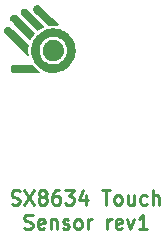
<source format=gbr>
G04 #@! TF.GenerationSoftware,KiCad,Pcbnew,5.0.0*
G04 #@! TF.CreationDate,2019-08-09T00:55:27-06:00*
G04 #@! TF.ProjectId,SX8634-Breakout,5358383633342D427265616B6F75742E,1*
G04 #@! TF.SameCoordinates,Original*
G04 #@! TF.FileFunction,Soldermask,Top*
G04 #@! TF.FilePolarity,Negative*
%FSLAX46Y46*%
G04 Gerber Fmt 4.6, Leading zero omitted, Abs format (unit mm)*
G04 Created by KiCad (PCBNEW 5.0.0) date Fri Aug  9 00:55:27 2019*
%MOMM*%
%LPD*%
G01*
G04 APERTURE LIST*
%ADD10C,0.250000*%
%ADD11C,0.002540*%
G04 APERTURE END LIST*
D10*
X49546657Y-50540114D02*
X49718085Y-50597257D01*
X50003800Y-50597257D01*
X50118085Y-50540114D01*
X50175228Y-50482971D01*
X50232371Y-50368685D01*
X50232371Y-50254400D01*
X50175228Y-50140114D01*
X50118085Y-50082971D01*
X50003800Y-50025828D01*
X49775228Y-49968685D01*
X49660942Y-49911542D01*
X49603800Y-49854400D01*
X49546657Y-49740114D01*
X49546657Y-49625828D01*
X49603800Y-49511542D01*
X49660942Y-49454400D01*
X49775228Y-49397257D01*
X50060942Y-49397257D01*
X50232371Y-49454400D01*
X50632371Y-49397257D02*
X51432371Y-50597257D01*
X51432371Y-49397257D02*
X50632371Y-50597257D01*
X52060942Y-49911542D02*
X51946657Y-49854400D01*
X51889514Y-49797257D01*
X51832371Y-49682971D01*
X51832371Y-49625828D01*
X51889514Y-49511542D01*
X51946657Y-49454400D01*
X52060942Y-49397257D01*
X52289514Y-49397257D01*
X52403800Y-49454400D01*
X52460942Y-49511542D01*
X52518085Y-49625828D01*
X52518085Y-49682971D01*
X52460942Y-49797257D01*
X52403800Y-49854400D01*
X52289514Y-49911542D01*
X52060942Y-49911542D01*
X51946657Y-49968685D01*
X51889514Y-50025828D01*
X51832371Y-50140114D01*
X51832371Y-50368685D01*
X51889514Y-50482971D01*
X51946657Y-50540114D01*
X52060942Y-50597257D01*
X52289514Y-50597257D01*
X52403800Y-50540114D01*
X52460942Y-50482971D01*
X52518085Y-50368685D01*
X52518085Y-50140114D01*
X52460942Y-50025828D01*
X52403800Y-49968685D01*
X52289514Y-49911542D01*
X53546657Y-49397257D02*
X53318085Y-49397257D01*
X53203800Y-49454400D01*
X53146657Y-49511542D01*
X53032371Y-49682971D01*
X52975228Y-49911542D01*
X52975228Y-50368685D01*
X53032371Y-50482971D01*
X53089514Y-50540114D01*
X53203800Y-50597257D01*
X53432371Y-50597257D01*
X53546657Y-50540114D01*
X53603800Y-50482971D01*
X53660942Y-50368685D01*
X53660942Y-50082971D01*
X53603800Y-49968685D01*
X53546657Y-49911542D01*
X53432371Y-49854400D01*
X53203800Y-49854400D01*
X53089514Y-49911542D01*
X53032371Y-49968685D01*
X52975228Y-50082971D01*
X54060942Y-49397257D02*
X54803800Y-49397257D01*
X54403800Y-49854400D01*
X54575228Y-49854400D01*
X54689514Y-49911542D01*
X54746657Y-49968685D01*
X54803800Y-50082971D01*
X54803800Y-50368685D01*
X54746657Y-50482971D01*
X54689514Y-50540114D01*
X54575228Y-50597257D01*
X54232371Y-50597257D01*
X54118085Y-50540114D01*
X54060942Y-50482971D01*
X55832371Y-49797257D02*
X55832371Y-50597257D01*
X55546657Y-49340114D02*
X55260942Y-50197257D01*
X56003800Y-50197257D01*
X57203800Y-49397257D02*
X57889514Y-49397257D01*
X57546657Y-50597257D02*
X57546657Y-49397257D01*
X58460942Y-50597257D02*
X58346657Y-50540114D01*
X58289514Y-50482971D01*
X58232371Y-50368685D01*
X58232371Y-50025828D01*
X58289514Y-49911542D01*
X58346657Y-49854400D01*
X58460942Y-49797257D01*
X58632371Y-49797257D01*
X58746657Y-49854400D01*
X58803800Y-49911542D01*
X58860942Y-50025828D01*
X58860942Y-50368685D01*
X58803800Y-50482971D01*
X58746657Y-50540114D01*
X58632371Y-50597257D01*
X58460942Y-50597257D01*
X59889514Y-49797257D02*
X59889514Y-50597257D01*
X59375228Y-49797257D02*
X59375228Y-50425828D01*
X59432371Y-50540114D01*
X59546657Y-50597257D01*
X59718085Y-50597257D01*
X59832371Y-50540114D01*
X59889514Y-50482971D01*
X60975228Y-50540114D02*
X60860942Y-50597257D01*
X60632371Y-50597257D01*
X60518085Y-50540114D01*
X60460942Y-50482971D01*
X60403800Y-50368685D01*
X60403800Y-50025828D01*
X60460942Y-49911542D01*
X60518085Y-49854400D01*
X60632371Y-49797257D01*
X60860942Y-49797257D01*
X60975228Y-49854400D01*
X61489514Y-50597257D02*
X61489514Y-49397257D01*
X62003800Y-50597257D02*
X62003800Y-49968685D01*
X61946657Y-49854400D01*
X61832371Y-49797257D01*
X61660942Y-49797257D01*
X61546657Y-49854400D01*
X61489514Y-49911542D01*
X50632371Y-52590114D02*
X50803800Y-52647257D01*
X51089514Y-52647257D01*
X51203800Y-52590114D01*
X51260942Y-52532971D01*
X51318085Y-52418685D01*
X51318085Y-52304400D01*
X51260942Y-52190114D01*
X51203800Y-52132971D01*
X51089514Y-52075828D01*
X50860942Y-52018685D01*
X50746657Y-51961542D01*
X50689514Y-51904400D01*
X50632371Y-51790114D01*
X50632371Y-51675828D01*
X50689514Y-51561542D01*
X50746657Y-51504400D01*
X50860942Y-51447257D01*
X51146657Y-51447257D01*
X51318085Y-51504400D01*
X52289514Y-52590114D02*
X52175228Y-52647257D01*
X51946657Y-52647257D01*
X51832371Y-52590114D01*
X51775228Y-52475828D01*
X51775228Y-52018685D01*
X51832371Y-51904400D01*
X51946657Y-51847257D01*
X52175228Y-51847257D01*
X52289514Y-51904400D01*
X52346657Y-52018685D01*
X52346657Y-52132971D01*
X51775228Y-52247257D01*
X52860942Y-51847257D02*
X52860942Y-52647257D01*
X52860942Y-51961542D02*
X52918085Y-51904400D01*
X53032371Y-51847257D01*
X53203800Y-51847257D01*
X53318085Y-51904400D01*
X53375228Y-52018685D01*
X53375228Y-52647257D01*
X53889514Y-52590114D02*
X54003800Y-52647257D01*
X54232371Y-52647257D01*
X54346657Y-52590114D01*
X54403800Y-52475828D01*
X54403800Y-52418685D01*
X54346657Y-52304400D01*
X54232371Y-52247257D01*
X54060942Y-52247257D01*
X53946657Y-52190114D01*
X53889514Y-52075828D01*
X53889514Y-52018685D01*
X53946657Y-51904400D01*
X54060942Y-51847257D01*
X54232371Y-51847257D01*
X54346657Y-51904400D01*
X55089514Y-52647257D02*
X54975228Y-52590114D01*
X54918085Y-52532971D01*
X54860942Y-52418685D01*
X54860942Y-52075828D01*
X54918085Y-51961542D01*
X54975228Y-51904400D01*
X55089514Y-51847257D01*
X55260942Y-51847257D01*
X55375228Y-51904400D01*
X55432371Y-51961542D01*
X55489514Y-52075828D01*
X55489514Y-52418685D01*
X55432371Y-52532971D01*
X55375228Y-52590114D01*
X55260942Y-52647257D01*
X55089514Y-52647257D01*
X56003800Y-52647257D02*
X56003800Y-51847257D01*
X56003800Y-52075828D02*
X56060942Y-51961542D01*
X56118085Y-51904400D01*
X56232371Y-51847257D01*
X56346657Y-51847257D01*
X57660942Y-52647257D02*
X57660942Y-51847257D01*
X57660942Y-52075828D02*
X57718085Y-51961542D01*
X57775228Y-51904400D01*
X57889514Y-51847257D01*
X58003800Y-51847257D01*
X58860942Y-52590114D02*
X58746657Y-52647257D01*
X58518085Y-52647257D01*
X58403800Y-52590114D01*
X58346657Y-52475828D01*
X58346657Y-52018685D01*
X58403800Y-51904400D01*
X58518085Y-51847257D01*
X58746657Y-51847257D01*
X58860942Y-51904400D01*
X58918085Y-52018685D01*
X58918085Y-52132971D01*
X58346657Y-52247257D01*
X59318085Y-51847257D02*
X59603800Y-52647257D01*
X59889514Y-51847257D01*
X60975228Y-52647257D02*
X60289514Y-52647257D01*
X60632371Y-52647257D02*
X60632371Y-51447257D01*
X60518085Y-51618685D01*
X60403800Y-51732971D01*
X60289514Y-51790114D01*
D11*
G04 #@! TO.C,P1*
G36*
X53645771Y-36914396D02*
X53687081Y-36959298D01*
X53724798Y-37000607D01*
X53746350Y-37029344D01*
X53802028Y-37120942D01*
X53845133Y-37217929D01*
X53877462Y-37318508D01*
X53893626Y-37420883D01*
X53899015Y-37523258D01*
X53891830Y-37627429D01*
X53870278Y-37728007D01*
X53836153Y-37830382D01*
X53789455Y-37927369D01*
X53762515Y-37972270D01*
X53740962Y-38001007D01*
X53714021Y-38035132D01*
X53681692Y-38071053D01*
X53649363Y-38106974D01*
X53617035Y-38142895D01*
X53588298Y-38168040D01*
X53573929Y-38182408D01*
X53480535Y-38247066D01*
X53385344Y-38299152D01*
X53284765Y-38338665D01*
X53182390Y-38365606D01*
X53078219Y-38376382D01*
X52970456Y-38376382D01*
X52866285Y-38358421D01*
X52835752Y-38353033D01*
X52742358Y-38324296D01*
X52654351Y-38286579D01*
X52573529Y-38238086D01*
X52496299Y-38178816D01*
X52420864Y-38106974D01*
X52399312Y-38085422D01*
X52359799Y-38042316D01*
X52329266Y-38004599D01*
X52304121Y-37965086D01*
X52293345Y-37947126D01*
X52243055Y-37850139D01*
X52203542Y-37749560D01*
X52178398Y-37648981D01*
X52169417Y-37543014D01*
X52171213Y-37437047D01*
X52189174Y-37332876D01*
X52217911Y-37228705D01*
X52259220Y-37133515D01*
X52284365Y-37086817D01*
X52309509Y-37047304D01*
X52336450Y-37009587D01*
X52368779Y-36970074D01*
X52408292Y-36930561D01*
X52454989Y-36883863D01*
X52510667Y-36835370D01*
X52557364Y-36795857D01*
X52604062Y-36763528D01*
X52654351Y-36738383D01*
X52708233Y-36713239D01*
X52749542Y-36697074D01*
X52855509Y-36666541D01*
X52961476Y-36650377D01*
X53069239Y-36646785D01*
X53173410Y-36657561D01*
X53277581Y-36682706D01*
X53376364Y-36720423D01*
X53473350Y-36770712D01*
X53520048Y-36803041D01*
X53557765Y-36833574D01*
X53600870Y-36869495D01*
X53645771Y-36914396D01*
X53645771Y-36914396D01*
G37*
X53645771Y-36914396D02*
X53687081Y-36959298D01*
X53724798Y-37000607D01*
X53746350Y-37029344D01*
X53802028Y-37120942D01*
X53845133Y-37217929D01*
X53877462Y-37318508D01*
X53893626Y-37420883D01*
X53899015Y-37523258D01*
X53891830Y-37627429D01*
X53870278Y-37728007D01*
X53836153Y-37830382D01*
X53789455Y-37927369D01*
X53762515Y-37972270D01*
X53740962Y-38001007D01*
X53714021Y-38035132D01*
X53681692Y-38071053D01*
X53649363Y-38106974D01*
X53617035Y-38142895D01*
X53588298Y-38168040D01*
X53573929Y-38182408D01*
X53480535Y-38247066D01*
X53385344Y-38299152D01*
X53284765Y-38338665D01*
X53182390Y-38365606D01*
X53078219Y-38376382D01*
X52970456Y-38376382D01*
X52866285Y-38358421D01*
X52835752Y-38353033D01*
X52742358Y-38324296D01*
X52654351Y-38286579D01*
X52573529Y-38238086D01*
X52496299Y-38178816D01*
X52420864Y-38106974D01*
X52399312Y-38085422D01*
X52359799Y-38042316D01*
X52329266Y-38004599D01*
X52304121Y-37965086D01*
X52293345Y-37947126D01*
X52243055Y-37850139D01*
X52203542Y-37749560D01*
X52178398Y-37648981D01*
X52169417Y-37543014D01*
X52171213Y-37437047D01*
X52189174Y-37332876D01*
X52217911Y-37228705D01*
X52259220Y-37133515D01*
X52284365Y-37086817D01*
X52309509Y-37047304D01*
X52336450Y-37009587D01*
X52368779Y-36970074D01*
X52408292Y-36930561D01*
X52454989Y-36883863D01*
X52510667Y-36835370D01*
X52557364Y-36795857D01*
X52604062Y-36763528D01*
X52654351Y-36738383D01*
X52708233Y-36713239D01*
X52749542Y-36697074D01*
X52855509Y-36666541D01*
X52961476Y-36650377D01*
X53069239Y-36646785D01*
X53173410Y-36657561D01*
X53277581Y-36682706D01*
X53376364Y-36720423D01*
X53473350Y-36770712D01*
X53520048Y-36803041D01*
X53557765Y-36833574D01*
X53600870Y-36869495D01*
X53645771Y-36914396D01*
G36*
X51409688Y-36064864D02*
X51382747Y-36095397D01*
X51312701Y-36186996D01*
X51249839Y-36275002D01*
X51195958Y-36357620D01*
X51147464Y-36438443D01*
X51142076Y-36451015D01*
X51124115Y-36483344D01*
X51104359Y-36513877D01*
X51088194Y-36540818D01*
X51075622Y-36556982D01*
X51052273Y-36583923D01*
X50256623Y-35784680D01*
X49460972Y-34985437D01*
X49443012Y-34945924D01*
X49421459Y-34884858D01*
X49416071Y-34821997D01*
X49426847Y-34760931D01*
X49446604Y-34701661D01*
X49482525Y-34644188D01*
X49496893Y-34629819D01*
X49547182Y-34579530D01*
X49601064Y-34543609D01*
X49658538Y-34522056D01*
X49719603Y-34511280D01*
X49784261Y-34514872D01*
X49839939Y-34531036D01*
X49888432Y-34547201D01*
X50648162Y-35306930D01*
X51409688Y-36064864D01*
X51409688Y-36064864D01*
G37*
X51409688Y-36064864D02*
X51382747Y-36095397D01*
X51312701Y-36186996D01*
X51249839Y-36275002D01*
X51195958Y-36357620D01*
X51147464Y-36438443D01*
X51142076Y-36451015D01*
X51124115Y-36483344D01*
X51104359Y-36513877D01*
X51088194Y-36540818D01*
X51075622Y-36556982D01*
X51052273Y-36583923D01*
X50256623Y-35784680D01*
X49460972Y-34985437D01*
X49443012Y-34945924D01*
X49421459Y-34884858D01*
X49416071Y-34821997D01*
X49426847Y-34760931D01*
X49446604Y-34701661D01*
X49482525Y-34644188D01*
X49496893Y-34629819D01*
X49547182Y-34579530D01*
X49601064Y-34543609D01*
X49658538Y-34522056D01*
X49719603Y-34511280D01*
X49784261Y-34514872D01*
X49839939Y-34531036D01*
X49888432Y-34547201D01*
X50648162Y-35306930D01*
X51409688Y-36064864D01*
G36*
X52223299Y-35481147D02*
X52205338Y-35499108D01*
X52189174Y-35511680D01*
X52174805Y-35522457D01*
X52173009Y-35520661D01*
X52162233Y-35524253D01*
X52142476Y-35533233D01*
X52113740Y-35547601D01*
X52081411Y-35561970D01*
X52070634Y-35569154D01*
X51991608Y-35608667D01*
X51907194Y-35657160D01*
X51828168Y-35707450D01*
X51752733Y-35757739D01*
X51741957Y-35764923D01*
X51675503Y-35813417D01*
X51007372Y-35141694D01*
X50337445Y-34468174D01*
X50321281Y-34430457D01*
X50303320Y-34369392D01*
X50297932Y-34306530D01*
X50305116Y-34245464D01*
X50323077Y-34187991D01*
X50328465Y-34179010D01*
X50350017Y-34143089D01*
X50380550Y-34105372D01*
X50416471Y-34073043D01*
X50454188Y-34042510D01*
X50486517Y-34020958D01*
X50547583Y-33999405D01*
X50610445Y-33994017D01*
X50673307Y-33999405D01*
X50730780Y-34017366D01*
X50772089Y-34033530D01*
X51495898Y-34757339D01*
X52223299Y-35481147D01*
X52223299Y-35481147D01*
G37*
X52223299Y-35481147D02*
X52205338Y-35499108D01*
X52189174Y-35511680D01*
X52174805Y-35522457D01*
X52173009Y-35520661D01*
X52162233Y-35524253D01*
X52142476Y-35533233D01*
X52113740Y-35547601D01*
X52081411Y-35561970D01*
X52070634Y-35569154D01*
X51991608Y-35608667D01*
X51907194Y-35657160D01*
X51828168Y-35707450D01*
X51752733Y-35757739D01*
X51741957Y-35764923D01*
X51675503Y-35813417D01*
X51007372Y-35141694D01*
X50337445Y-34468174D01*
X50321281Y-34430457D01*
X50303320Y-34369392D01*
X50297932Y-34306530D01*
X50305116Y-34245464D01*
X50323077Y-34187991D01*
X50328465Y-34179010D01*
X50350017Y-34143089D01*
X50380550Y-34105372D01*
X50416471Y-34073043D01*
X50454188Y-34042510D01*
X50486517Y-34020958D01*
X50547583Y-33999405D01*
X50610445Y-33994017D01*
X50673307Y-33999405D01*
X50730780Y-34017366D01*
X50772089Y-34033530D01*
X51495898Y-34757339D01*
X52223299Y-35481147D01*
G36*
X53441022Y-35341055D02*
X53423061Y-35359016D01*
X53412285Y-35366200D01*
X53399712Y-35371588D01*
X53381752Y-35371588D01*
X53358403Y-35369792D01*
X53243456Y-35355424D01*
X53124917Y-35348240D01*
X52999193Y-35348240D01*
X52877061Y-35351832D01*
X52758522Y-35362608D01*
X52647167Y-35380569D01*
X52607654Y-35387753D01*
X52014957Y-34795056D01*
X51923358Y-34703457D01*
X51842536Y-34622635D01*
X51768898Y-34548997D01*
X51706036Y-34486135D01*
X51650358Y-34426865D01*
X51601865Y-34378372D01*
X51560556Y-34337063D01*
X51524635Y-34301142D01*
X51494102Y-34270609D01*
X51470753Y-34243668D01*
X51449201Y-34222115D01*
X51433036Y-34205951D01*
X51422260Y-34191583D01*
X51411484Y-34180806D01*
X51406095Y-34171826D01*
X51400707Y-34166438D01*
X51400707Y-34162846D01*
X51373767Y-34103576D01*
X51359398Y-34042510D01*
X51359398Y-33981445D01*
X51373767Y-33923971D01*
X51400707Y-33864701D01*
X51420464Y-33834168D01*
X51467161Y-33783879D01*
X51517451Y-33744366D01*
X51573128Y-33717425D01*
X51632398Y-33701261D01*
X51691668Y-33699465D01*
X51750937Y-33708445D01*
X51806615Y-33731793D01*
X51838944Y-33749754D01*
X51847924Y-33758734D01*
X51867681Y-33774899D01*
X51896417Y-33803636D01*
X51934135Y-33841353D01*
X51984424Y-33888050D01*
X52040102Y-33943728D01*
X52104759Y-34008385D01*
X52180194Y-34083820D01*
X52264608Y-34164642D01*
X52356207Y-34256240D01*
X52454989Y-34355023D01*
X52564549Y-34464582D01*
X52656147Y-34556181D01*
X53441022Y-35341055D01*
X53441022Y-35341055D01*
G37*
X53441022Y-35341055D02*
X53423061Y-35359016D01*
X53412285Y-35366200D01*
X53399712Y-35371588D01*
X53381752Y-35371588D01*
X53358403Y-35369792D01*
X53243456Y-35355424D01*
X53124917Y-35348240D01*
X52999193Y-35348240D01*
X52877061Y-35351832D01*
X52758522Y-35362608D01*
X52647167Y-35380569D01*
X52607654Y-35387753D01*
X52014957Y-34795056D01*
X51923358Y-34703457D01*
X51842536Y-34622635D01*
X51768898Y-34548997D01*
X51706036Y-34486135D01*
X51650358Y-34426865D01*
X51601865Y-34378372D01*
X51560556Y-34337063D01*
X51524635Y-34301142D01*
X51494102Y-34270609D01*
X51470753Y-34243668D01*
X51449201Y-34222115D01*
X51433036Y-34205951D01*
X51422260Y-34191583D01*
X51411484Y-34180806D01*
X51406095Y-34171826D01*
X51400707Y-34166438D01*
X51400707Y-34162846D01*
X51373767Y-34103576D01*
X51359398Y-34042510D01*
X51359398Y-33981445D01*
X51373767Y-33923971D01*
X51400707Y-33864701D01*
X51420464Y-33834168D01*
X51467161Y-33783879D01*
X51517451Y-33744366D01*
X51573128Y-33717425D01*
X51632398Y-33701261D01*
X51691668Y-33699465D01*
X51750937Y-33708445D01*
X51806615Y-33731793D01*
X51838944Y-33749754D01*
X51847924Y-33758734D01*
X51867681Y-33774899D01*
X51896417Y-33803636D01*
X51934135Y-33841353D01*
X51984424Y-33888050D01*
X52040102Y-33943728D01*
X52104759Y-34008385D01*
X52180194Y-34083820D01*
X52264608Y-34164642D01*
X52356207Y-34256240D01*
X52454989Y-34355023D01*
X52564549Y-34464582D01*
X52656147Y-34556181D01*
X53441022Y-35341055D01*
G36*
X50903201Y-37113758D02*
X50894221Y-37180212D01*
X50879852Y-37284383D01*
X50872668Y-37395738D01*
X50869076Y-37510685D01*
X50870872Y-37627429D01*
X50879852Y-37740580D01*
X50881649Y-37745968D01*
X50885241Y-37785481D01*
X50890629Y-37823198D01*
X50894221Y-37855527D01*
X50897813Y-37880672D01*
X50899609Y-37886060D01*
X50901405Y-37905817D01*
X50896017Y-37921981D01*
X50888833Y-37932757D01*
X50872668Y-37948922D01*
X49901005Y-36973666D01*
X48925749Y-35998410D01*
X48909584Y-35949917D01*
X48893420Y-35887055D01*
X48893420Y-35822397D01*
X48904196Y-35761331D01*
X48909584Y-35748759D01*
X48916769Y-35727206D01*
X48925749Y-35711042D01*
X48932933Y-35696674D01*
X48945505Y-35680509D01*
X48965262Y-35660753D01*
X48992203Y-35633812D01*
X49056860Y-35569154D01*
X49112538Y-35549397D01*
X49177196Y-35535029D01*
X49240058Y-35533233D01*
X49304716Y-35547601D01*
X49310104Y-35549397D01*
X49351413Y-35565562D01*
X50127307Y-36337864D01*
X50903201Y-37113758D01*
X50903201Y-37113758D01*
G37*
X50903201Y-37113758D02*
X50894221Y-37180212D01*
X50879852Y-37284383D01*
X50872668Y-37395738D01*
X50869076Y-37510685D01*
X50870872Y-37627429D01*
X50879852Y-37740580D01*
X50881649Y-37745968D01*
X50885241Y-37785481D01*
X50890629Y-37823198D01*
X50894221Y-37855527D01*
X50897813Y-37880672D01*
X50899609Y-37886060D01*
X50901405Y-37905817D01*
X50896017Y-37921981D01*
X50888833Y-37932757D01*
X50872668Y-37948922D01*
X49901005Y-36973666D01*
X48925749Y-35998410D01*
X48909584Y-35949917D01*
X48893420Y-35887055D01*
X48893420Y-35822397D01*
X48904196Y-35761331D01*
X48909584Y-35748759D01*
X48916769Y-35727206D01*
X48925749Y-35711042D01*
X48932933Y-35696674D01*
X48945505Y-35680509D01*
X48965262Y-35660753D01*
X48992203Y-35633812D01*
X49056860Y-35569154D01*
X49112538Y-35549397D01*
X49177196Y-35535029D01*
X49240058Y-35533233D01*
X49304716Y-35547601D01*
X49310104Y-35549397D01*
X49351413Y-35565562D01*
X50127307Y-36337864D01*
X50903201Y-37113758D01*
G36*
X51231879Y-38732000D02*
X51282168Y-38800250D01*
X51382747Y-38925974D01*
X51488714Y-39042717D01*
X51598273Y-39145092D01*
X51709628Y-39234894D01*
X51715016Y-39240283D01*
X51743753Y-39261835D01*
X51772490Y-39283388D01*
X51794043Y-39301348D01*
X51810207Y-39313921D01*
X51820983Y-39328289D01*
X51822779Y-39337269D01*
X51815595Y-39348046D01*
X51813799Y-39349842D01*
X51810207Y-39353434D01*
X51804819Y-39355230D01*
X51797635Y-39355230D01*
X51786858Y-39358822D01*
X51772490Y-39358822D01*
X51752733Y-39360618D01*
X51729385Y-39362414D01*
X51700648Y-39362414D01*
X51662931Y-39364210D01*
X51619826Y-39364210D01*
X51567740Y-39366006D01*
X51508470Y-39364210D01*
X51438424Y-39366006D01*
X51359398Y-39366006D01*
X51269596Y-39366006D01*
X51169017Y-39366006D01*
X51054069Y-39366006D01*
X50928346Y-39366006D01*
X50791846Y-39366006D01*
X50752333Y-39366006D01*
X50605057Y-39366006D01*
X50473945Y-39364210D01*
X50353609Y-39366006D01*
X50245846Y-39366006D01*
X50148860Y-39366006D01*
X50064445Y-39364210D01*
X49989011Y-39364210D01*
X49920761Y-39364210D01*
X49865084Y-39362414D01*
X49812998Y-39360618D01*
X49771689Y-39358822D01*
X49733972Y-39357026D01*
X49703439Y-39351638D01*
X49678294Y-39348046D01*
X49656742Y-39344454D01*
X49640577Y-39339065D01*
X49624413Y-39333677D01*
X49611840Y-39324697D01*
X49601064Y-39317513D01*
X49592084Y-39308533D01*
X49584900Y-39301348D01*
X49574123Y-39290572D01*
X49561551Y-39278000D01*
X49552571Y-39269019D01*
X49525630Y-39238487D01*
X49505873Y-39218730D01*
X49491505Y-39200769D01*
X49480729Y-39182809D01*
X49473544Y-39164848D01*
X49460972Y-39127131D01*
X49455584Y-39082230D01*
X49453788Y-39033737D01*
X49457380Y-38990631D01*
X49460972Y-38976263D01*
X49480729Y-38924178D01*
X49513058Y-38873888D01*
X49556163Y-38827191D01*
X49602860Y-38787678D01*
X49656742Y-38758941D01*
X49690867Y-38746369D01*
X49703439Y-38744572D01*
X49724992Y-38740980D01*
X49757320Y-38740980D01*
X49802222Y-38739184D01*
X49854307Y-38737388D01*
X49920761Y-38735592D01*
X49999787Y-38735592D01*
X50089590Y-38735592D01*
X50191965Y-38733796D01*
X50306912Y-38733796D01*
X50438024Y-38732000D01*
X50479333Y-38733796D01*
X51231879Y-38732000D01*
X51231879Y-38732000D01*
G37*
X51231879Y-38732000D02*
X51282168Y-38800250D01*
X51382747Y-38925974D01*
X51488714Y-39042717D01*
X51598273Y-39145092D01*
X51709628Y-39234894D01*
X51715016Y-39240283D01*
X51743753Y-39261835D01*
X51772490Y-39283388D01*
X51794043Y-39301348D01*
X51810207Y-39313921D01*
X51820983Y-39328289D01*
X51822779Y-39337269D01*
X51815595Y-39348046D01*
X51813799Y-39349842D01*
X51810207Y-39353434D01*
X51804819Y-39355230D01*
X51797635Y-39355230D01*
X51786858Y-39358822D01*
X51772490Y-39358822D01*
X51752733Y-39360618D01*
X51729385Y-39362414D01*
X51700648Y-39362414D01*
X51662931Y-39364210D01*
X51619826Y-39364210D01*
X51567740Y-39366006D01*
X51508470Y-39364210D01*
X51438424Y-39366006D01*
X51359398Y-39366006D01*
X51269596Y-39366006D01*
X51169017Y-39366006D01*
X51054069Y-39366006D01*
X50928346Y-39366006D01*
X50791846Y-39366006D01*
X50752333Y-39366006D01*
X50605057Y-39366006D01*
X50473945Y-39364210D01*
X50353609Y-39366006D01*
X50245846Y-39366006D01*
X50148860Y-39366006D01*
X50064445Y-39364210D01*
X49989011Y-39364210D01*
X49920761Y-39364210D01*
X49865084Y-39362414D01*
X49812998Y-39360618D01*
X49771689Y-39358822D01*
X49733972Y-39357026D01*
X49703439Y-39351638D01*
X49678294Y-39348046D01*
X49656742Y-39344454D01*
X49640577Y-39339065D01*
X49624413Y-39333677D01*
X49611840Y-39324697D01*
X49601064Y-39317513D01*
X49592084Y-39308533D01*
X49584900Y-39301348D01*
X49574123Y-39290572D01*
X49561551Y-39278000D01*
X49552571Y-39269019D01*
X49525630Y-39238487D01*
X49505873Y-39218730D01*
X49491505Y-39200769D01*
X49480729Y-39182809D01*
X49473544Y-39164848D01*
X49460972Y-39127131D01*
X49455584Y-39082230D01*
X49453788Y-39033737D01*
X49457380Y-38990631D01*
X49460972Y-38976263D01*
X49480729Y-38924178D01*
X49513058Y-38873888D01*
X49556163Y-38827191D01*
X49602860Y-38787678D01*
X49656742Y-38758941D01*
X49690867Y-38746369D01*
X49703439Y-38744572D01*
X49724992Y-38740980D01*
X49757320Y-38740980D01*
X49802222Y-38739184D01*
X49854307Y-38737388D01*
X49920761Y-38735592D01*
X49999787Y-38735592D01*
X50089590Y-38735592D01*
X50191965Y-38733796D01*
X50306912Y-38733796D01*
X50438024Y-38732000D01*
X50479333Y-38733796D01*
X51231879Y-38732000D01*
G36*
X54346231Y-36239081D02*
X54396521Y-36289370D01*
X54441422Y-36337864D01*
X54477343Y-36380969D01*
X54488119Y-36395337D01*
X54583310Y-36526449D01*
X54662336Y-36662949D01*
X54730586Y-36806633D01*
X54786264Y-36955705D01*
X54827573Y-37108370D01*
X54858106Y-37268218D01*
X54865290Y-37329284D01*
X54868882Y-37397534D01*
X54870678Y-37471172D01*
X54872474Y-37544810D01*
X54870678Y-37618448D01*
X54868882Y-37631021D01*
X53872074Y-36634212D01*
X53778679Y-36555186D01*
X53717613Y-36512081D01*
X53604462Y-36445627D01*
X53485923Y-36391745D01*
X53365587Y-36350436D01*
X53239864Y-36321699D01*
X53114140Y-36307331D01*
X52986621Y-36305535D01*
X52859101Y-36318107D01*
X52733377Y-36343252D01*
X52611246Y-36379173D01*
X52490910Y-36431258D01*
X52483726Y-36434851D01*
X52424457Y-36465383D01*
X52375963Y-36495916D01*
X52332858Y-36524653D01*
X52289753Y-36556982D01*
X52248444Y-36591107D01*
X52203542Y-36636008D01*
X52178398Y-36657561D01*
X52131700Y-36707850D01*
X52092187Y-36750956D01*
X52058062Y-36792265D01*
X52029325Y-36835370D01*
X52000588Y-36882067D01*
X51970056Y-36934153D01*
X51955687Y-36962890D01*
X51903602Y-37083225D01*
X51864089Y-37205357D01*
X51838944Y-37331080D01*
X51826371Y-37458600D01*
X51828168Y-37586119D01*
X51844332Y-37713639D01*
X51869477Y-37839363D01*
X51912582Y-37961494D01*
X51957483Y-38063869D01*
X52009569Y-38162652D01*
X52068838Y-38250658D01*
X52133496Y-38329685D01*
X52207134Y-38403323D01*
X52304121Y-38482349D01*
X52410088Y-38552395D01*
X52521443Y-38609869D01*
X52639983Y-38656566D01*
X52762114Y-38688895D01*
X52884246Y-38710447D01*
X53009969Y-38721224D01*
X53137489Y-38715836D01*
X53259620Y-38701467D01*
X53385344Y-38672730D01*
X53435633Y-38654770D01*
X53559561Y-38606277D01*
X53674508Y-38545211D01*
X53778679Y-38473369D01*
X53875666Y-38390750D01*
X53961876Y-38297356D01*
X54019350Y-38221922D01*
X54082212Y-38119547D01*
X54137889Y-38009988D01*
X54182791Y-37893244D01*
X54215120Y-37774705D01*
X54234876Y-37654369D01*
X54242060Y-37525054D01*
X54236672Y-37401126D01*
X54218712Y-37275403D01*
X54189975Y-37153271D01*
X54148666Y-37036528D01*
X54094784Y-36925173D01*
X54030126Y-36821002D01*
X53956488Y-36722219D01*
X53872074Y-36634212D01*
X54868882Y-37631021D01*
X54867086Y-37679514D01*
X54865290Y-37699271D01*
X54840145Y-37857323D01*
X54802428Y-38013580D01*
X54752139Y-38164448D01*
X54689277Y-38309928D01*
X54612047Y-38448224D01*
X54525836Y-38581132D01*
X54425258Y-38706855D01*
X54317495Y-38818211D01*
X54290554Y-38845151D01*
X54265409Y-38870296D01*
X54242060Y-38890053D01*
X54227692Y-38904421D01*
X54225896Y-38906217D01*
X54096580Y-39006796D01*
X53960080Y-39096599D01*
X53819988Y-39172033D01*
X53676304Y-39233098D01*
X53525436Y-39283388D01*
X53372772Y-39321105D01*
X53214719Y-39342658D01*
X53191370Y-39344454D01*
X53033318Y-39351638D01*
X52875265Y-39344454D01*
X52720805Y-39322901D01*
X52566345Y-39290572D01*
X52419068Y-39243875D01*
X52273588Y-39184605D01*
X52133496Y-39112763D01*
X52000588Y-39026553D01*
X51876661Y-38934954D01*
X51812003Y-38877480D01*
X51745549Y-38811026D01*
X51679095Y-38740980D01*
X51614437Y-38669138D01*
X51556964Y-38597296D01*
X51504878Y-38527250D01*
X51479734Y-38491329D01*
X51400707Y-38354829D01*
X51334253Y-38212941D01*
X51280372Y-38065665D01*
X51240859Y-37918389D01*
X51212122Y-37767521D01*
X51197754Y-37616652D01*
X51195958Y-37463988D01*
X51208530Y-37311324D01*
X51230082Y-37160455D01*
X51267800Y-37011383D01*
X51316293Y-36865903D01*
X51375563Y-36724015D01*
X51450997Y-36587515D01*
X51497694Y-36512081D01*
X51535411Y-36456403D01*
X51571332Y-36409706D01*
X51607253Y-36363009D01*
X51644970Y-36318107D01*
X51691668Y-36271410D01*
X51741957Y-36217528D01*
X51851516Y-36115153D01*
X51962871Y-36025351D01*
X52076023Y-35948121D01*
X52192766Y-35881667D01*
X52318490Y-35820601D01*
X52451397Y-35770312D01*
X52481930Y-35761331D01*
X52631002Y-35720022D01*
X52785463Y-35691285D01*
X52939923Y-35676917D01*
X53092588Y-35675121D01*
X53245252Y-35684101D01*
X53396120Y-35709246D01*
X53546989Y-35745167D01*
X53692469Y-35797252D01*
X53834357Y-35856522D01*
X53970857Y-35931956D01*
X54100172Y-36018167D01*
X54152258Y-36059476D01*
X54195363Y-36095397D01*
X54243856Y-36136706D01*
X54294146Y-36186996D01*
X54346231Y-36239081D01*
X54346231Y-36239081D01*
G37*
X54346231Y-36239081D02*
X54396521Y-36289370D01*
X54441422Y-36337864D01*
X54477343Y-36380969D01*
X54488119Y-36395337D01*
X54583310Y-36526449D01*
X54662336Y-36662949D01*
X54730586Y-36806633D01*
X54786264Y-36955705D01*
X54827573Y-37108370D01*
X54858106Y-37268218D01*
X54865290Y-37329284D01*
X54868882Y-37397534D01*
X54870678Y-37471172D01*
X54872474Y-37544810D01*
X54870678Y-37618448D01*
X54868882Y-37631021D01*
X53872074Y-36634212D01*
X53778679Y-36555186D01*
X53717613Y-36512081D01*
X53604462Y-36445627D01*
X53485923Y-36391745D01*
X53365587Y-36350436D01*
X53239864Y-36321699D01*
X53114140Y-36307331D01*
X52986621Y-36305535D01*
X52859101Y-36318107D01*
X52733377Y-36343252D01*
X52611246Y-36379173D01*
X52490910Y-36431258D01*
X52483726Y-36434851D01*
X52424457Y-36465383D01*
X52375963Y-36495916D01*
X52332858Y-36524653D01*
X52289753Y-36556982D01*
X52248444Y-36591107D01*
X52203542Y-36636008D01*
X52178398Y-36657561D01*
X52131700Y-36707850D01*
X52092187Y-36750956D01*
X52058062Y-36792265D01*
X52029325Y-36835370D01*
X52000588Y-36882067D01*
X51970056Y-36934153D01*
X51955687Y-36962890D01*
X51903602Y-37083225D01*
X51864089Y-37205357D01*
X51838944Y-37331080D01*
X51826371Y-37458600D01*
X51828168Y-37586119D01*
X51844332Y-37713639D01*
X51869477Y-37839363D01*
X51912582Y-37961494D01*
X51957483Y-38063869D01*
X52009569Y-38162652D01*
X52068838Y-38250658D01*
X52133496Y-38329685D01*
X52207134Y-38403323D01*
X52304121Y-38482349D01*
X52410088Y-38552395D01*
X52521443Y-38609869D01*
X52639983Y-38656566D01*
X52762114Y-38688895D01*
X52884246Y-38710447D01*
X53009969Y-38721224D01*
X53137489Y-38715836D01*
X53259620Y-38701467D01*
X53385344Y-38672730D01*
X53435633Y-38654770D01*
X53559561Y-38606277D01*
X53674508Y-38545211D01*
X53778679Y-38473369D01*
X53875666Y-38390750D01*
X53961876Y-38297356D01*
X54019350Y-38221922D01*
X54082212Y-38119547D01*
X54137889Y-38009988D01*
X54182791Y-37893244D01*
X54215120Y-37774705D01*
X54234876Y-37654369D01*
X54242060Y-37525054D01*
X54236672Y-37401126D01*
X54218712Y-37275403D01*
X54189975Y-37153271D01*
X54148666Y-37036528D01*
X54094784Y-36925173D01*
X54030126Y-36821002D01*
X53956488Y-36722219D01*
X53872074Y-36634212D01*
X54868882Y-37631021D01*
X54867086Y-37679514D01*
X54865290Y-37699271D01*
X54840145Y-37857323D01*
X54802428Y-38013580D01*
X54752139Y-38164448D01*
X54689277Y-38309928D01*
X54612047Y-38448224D01*
X54525836Y-38581132D01*
X54425258Y-38706855D01*
X54317495Y-38818211D01*
X54290554Y-38845151D01*
X54265409Y-38870296D01*
X54242060Y-38890053D01*
X54227692Y-38904421D01*
X54225896Y-38906217D01*
X54096580Y-39006796D01*
X53960080Y-39096599D01*
X53819988Y-39172033D01*
X53676304Y-39233098D01*
X53525436Y-39283388D01*
X53372772Y-39321105D01*
X53214719Y-39342658D01*
X53191370Y-39344454D01*
X53033318Y-39351638D01*
X52875265Y-39344454D01*
X52720805Y-39322901D01*
X52566345Y-39290572D01*
X52419068Y-39243875D01*
X52273588Y-39184605D01*
X52133496Y-39112763D01*
X52000588Y-39026553D01*
X51876661Y-38934954D01*
X51812003Y-38877480D01*
X51745549Y-38811026D01*
X51679095Y-38740980D01*
X51614437Y-38669138D01*
X51556964Y-38597296D01*
X51504878Y-38527250D01*
X51479734Y-38491329D01*
X51400707Y-38354829D01*
X51334253Y-38212941D01*
X51280372Y-38065665D01*
X51240859Y-37918389D01*
X51212122Y-37767521D01*
X51197754Y-37616652D01*
X51195958Y-37463988D01*
X51208530Y-37311324D01*
X51230082Y-37160455D01*
X51267800Y-37011383D01*
X51316293Y-36865903D01*
X51375563Y-36724015D01*
X51450997Y-36587515D01*
X51497694Y-36512081D01*
X51535411Y-36456403D01*
X51571332Y-36409706D01*
X51607253Y-36363009D01*
X51644970Y-36318107D01*
X51691668Y-36271410D01*
X51741957Y-36217528D01*
X51851516Y-36115153D01*
X51962871Y-36025351D01*
X52076023Y-35948121D01*
X52192766Y-35881667D01*
X52318490Y-35820601D01*
X52451397Y-35770312D01*
X52481930Y-35761331D01*
X52631002Y-35720022D01*
X52785463Y-35691285D01*
X52939923Y-35676917D01*
X53092588Y-35675121D01*
X53245252Y-35684101D01*
X53396120Y-35709246D01*
X53546989Y-35745167D01*
X53692469Y-35797252D01*
X53834357Y-35856522D01*
X53970857Y-35931956D01*
X54100172Y-36018167D01*
X54152258Y-36059476D01*
X54195363Y-36095397D01*
X54243856Y-36136706D01*
X54294146Y-36186996D01*
X54346231Y-36239081D01*
G04 #@! TD*
M02*

</source>
